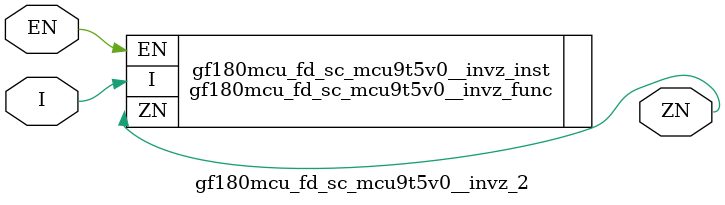
<source format=v>

`ifndef GF180MCU_FD_SC_MCU9T5V0__INVZ_2_V
`define GF180MCU_FD_SC_MCU9T5V0__INVZ_2_V

`include gf180mcu_fd_sc_mcu9t5v0__invz.v

`ifdef USE_POWER_PINS
module gf180mcu_fd_sc_mcu9t5v0__invz_2( EN, ZN, I, VDD, VSS );
inout VDD, VSS;
`else // If not USE_POWER_PINS
module gf180mcu_fd_sc_mcu9t5v0__invz_2( EN, ZN, I );
`endif // If not USE_POWER_PINS
input EN, I;
output ZN;

`ifdef USE_POWER_PINS
  gf180mcu_fd_sc_mcu9t5v0__invz_func gf180mcu_fd_sc_mcu9t5v0__invz_inst(.EN(EN),.ZN(ZN),.I(I),.VDD(VDD),.VSS(VSS));
`else // If not USE_POWER_PINS
  gf180mcu_fd_sc_mcu9t5v0__invz_func gf180mcu_fd_sc_mcu9t5v0__invz_inst(.EN(EN),.ZN(ZN),.I(I));
`endif // If not USE_POWER_PINS

`ifndef FUNCTIONAL
	// spec_gates_begin


	// spec_gates_end



   specify

	// specify_block_begin

	// comb arc EN --> ZN
	 (EN => ZN) = (1.0,1.0);

	// comb arc I --> ZN
	 (I => ZN) = (1.0,1.0);

	// specify_block_end

   endspecify

   `endif

endmodule
`endif // GF180MCU_FD_SC_MCU9T5V0__INVZ_2_V

</source>
